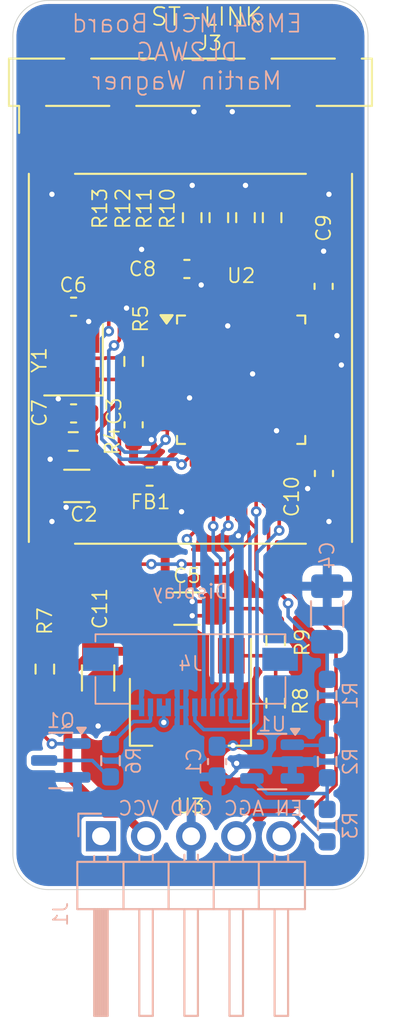
<source format=kicad_pcb>
(kicad_pcb (version 20240108) (generator "pcbnew") (generator_version "8.0")
  (layers (0 "F.Cu" signal) (31 "B.Cu" signal) (34 "B.Paste" user) (35 "F.Paste" user) (36 "B.SilkS" user "B.Silkscreen") (37 "F.SilkS" user "F.Silkscreen") (38 "B.Mask" user) (39 "F.Mask" user) (44 "Edge.Cuts" user))
  (net 0 "")
  (net 1 "GND")
  (net 2 "+3.3V")
  (net 3 "Net-(U2-3V3A)")
  (net 4 "AGC_INV")
  (net 5 "Net-(U2-OSC_8M_A)")
  (net 6 "Net-(U2-OSC_8M_B)")
  (net 7 "/AGC")
  (net 8 "TX2")
  (net 10 "~{RESET}")
  (net 11 "RX2")
  (net 12 "SWCLK")
  (net 13 "SWDIO")
  (net 14 "DISP_SCL")
  (net 15 "DISP_RST")
  (net 16 "DISP_CS")
  (net 17 "DISP_SDA")
  (net 18 "DISP_DC")
  (net 19 "Net-(Q1-C)")
  (net 20 "Net-(Q1-B)")
  (net 21 "Net-(R1-Pad1)")
  (net 22 "Net-(U1--)")
  (net 25 "Net-(J1-Pin_2)")
  (net 31 "EN")
  (net 33 "Net-(U3-GND)")
  (net 36 "Net-(U2-PB3_SCK1)")
  (net 45 "DISP_LEDK")
  (net 46 "DISP_BLK")
  (net 49 "Net-(U2-PB4_MISO1)")
  (net 50 "Net-(U2-PB5_MOSI1)")
  (net 51 "Net-(U2-PB6_TX1_SCL1_PWM)")
  (footprint "Resistor_SMD:R_0603_1608Metric_Pad0.98x0.95mm_HandSolder" (layer "F.Cu") (at 141.8 87.6 -90)
    (property "Reference" "R7")
    (property "Value" "1kΩ")
  )
  (footprint "Capacitor_SMD:C_0603_1608Metric_Pad1.08x0.95mm_HandSolder" (layer "F.Cu") (at 149.8 65.1)
    (property "Reference" "C8")
    (property "Value" "100nF")
  )
  (footprint "Resistor_SMD:R_0603_1608Metric_Pad0.98x0.95mm_HandSolder" (layer "F.Cu") (at 150.1 62.2125 90)
    (property "Reference" "R13")
    (property "Value" "0")
  )
  (footprint "Resistor_SMD:R_0603_1608Metric_Pad0.98x0.95mm_HandSolder" (layer "F.Cu") (at 154.6 62.2125 90)
    (property "Reference" "R10")
    (property "Value" "0")
  )
  (footprint "Capacitor_SMD:C_0603_1608Metric_Pad1.08x0.95mm_HandSolder" (layer "F.Cu") (at 157.5 66.078125 90)
    (property "Reference" "C9")
    (property "Value" "100nF")
  )
  (footprint "Retronics_Hardware:EMI_Shield_MS207-10S" (layer "F.Cu") (at 155.7 59.75 -90)
    (property "Reference" "J2" (hide yes))
    (property "Value" "EMI Shield")
  )
  (footprint "Resistor_SMD:R_0603_1608Metric_Pad0.98x0.95mm_HandSolder" (layer "F.Cu") (at 151.6 62.2125 90)
    (property "Reference" "R12")
    (property "Value" "0")
  )
  (footprint "Inductor_SMD:L_0603_1608Metric_Pad1.05x0.95mm_HandSolder" (layer "F.Cu") (at 147.7 76.778125)
    (property "Reference" "FB1")
    (property "Value" "1kΩ@100MHz 500mΩ@DC")
  )
  (footprint "Retronics_IC_Power:SOT-223-3_TabPin2" (layer "F.Cu") (at 150 90 -90)
    (property "Reference" "U3")
    (property "Value" "NCP1117-Adj_SOT223")
  )
  (footprint "Capacitor_SMD:C_1206_3216Metric_Pad1.33x1.80mm_HandSolder" (layer "F.Cu") (at 143.6 77.3)
    (property "Reference" "C2")
    (property "Value" "10µF")
  )
  (footprint "Capacitor_SMD:C_0603_1608Metric_Pad1.08x0.95mm_HandSolder" (layer "F.Cu") (at 143.41875 73.221875)
    (property "Reference" "C7")
    (property "Value" "20pF")
  )
  (footprint "Resistor_SMD:R_0603_1608Metric_Pad0.98x0.95mm_HandSolder" (layer "F.Cu") (at 153.1 62.2125 90)
    (property "Reference" "R11")
    (property "Value" "0")
  )
  (footprint "Crystal:Crystal_SMD_3225-4Pin_3.2x2.5mm" (layer "F.Cu") (at 143.41875 70.2125 90)
    (property "Reference" "Y1")
    (property "Value" "XC32M4-8.000 12pF")
  )
  (footprint "Connector_PinHeader_2.54mm:PinHeader_1x08_P2.54mm_Vertical_SMD_Pin1Left" (layer "F.Cu") (at 150 54.6 90)
    (property "Reference" "J3")
    (property "Value" "FFC8")
  )
  (footprint "Resistor_SMD:R_0603_1608Metric_Pad0.98x0.95mm_HandSolder" (layer "F.Cu") (at 146.8 70.3 90)
    (property "Reference" "R5")
    (property "Value" "1MΩ")
  )
  (footprint "Package_QFP:LQFP-48_7x7mm_P0.5mm" (layer "F.Cu") (at 152.85625 71.328125)
    (property "Reference" "U2")
    (property "Value" "STM32F303CBTx")
  )
  (footprint "Resistor_SMD:R_0603_1608Metric_Pad0.98x0.95mm_HandSolder" (layer "F.Cu") (at 143.4 74.8 180)
    (property "Reference" "R4")
    (property "Value" "10kΩ")
  )
  (footprint "Capacitor_SMD:C_1206_3216Metric_Pad1.33x1.80mm_HandSolder" (layer "F.Cu") (at 144.8 88.1 -90)
    (property "Reference" "C11")
    (property "Value" "10µF")
  )
  (footprint "Capacitor_SMD:C_0603_1608Metric_Pad1.08x0.95mm_HandSolder" (layer "F.Cu") (at 157.51875 76.6 -90)
    (property "Reference" "C10")
    (property "Value" "100nF")
  )
  (footprint "Capacitor_SMD:C_0603_1608Metric_Pad1.08x0.95mm_HandSolder" (layer "F.Cu") (at 146.8 73.8625 90)
    (property "Reference" "C3")
    (property "Value" "100nF")
  )
  (footprint "Resistor_SMD:R_0603_1608Metric_Pad0.98x0.95mm_HandSolder" (layer "F.Cu") (at 154.8 89.5125 90)
    (property "Reference" "R8")
    (property "Value" "2k7")
  )
  (footprint "Resistor_SMD:R_0603_1608Metric_Pad0.98x0.95mm_HandSolder" (layer "F.Cu") (at 154.8 86 90)
    (property "Reference" "R9")
    (property "Value" "4k7")
  )
  (footprint "Capacitor_SMD:C_0603_1608Metric_Pad1.08x0.95mm_HandSolder" (layer "F.Cu") (at 143.41875 67.221875 180)
    (property "Reference" "C6")
    (property "Value" "20pF")
  )
  (footprint "Capacitor_SMD:C_1206_3216Metric_Pad1.33x1.80mm_HandSolder" (layer "F.Cu") (at 149.8 84.2)
    (property "Reference" "C5")
    (property "Value" "10µF")
  )
  (footprint "Retronics_Passives:R_0603_1608Metric_Pad0.98x0.95mm_HandSolder" (layer "B.Cu") (at 157.7 96.4 -90)
    (property "Reference" "R3")
    (property "Value" "15MΩ")
  )
  (footprint "Retronics_Passives:R_0603_1608Metric_Pad0.98x0.95mm_HandSolder" (layer "B.Cu") (at 157.7 89.0875 90)
    (property "Reference" "R1")
    (property "Value" "10kΩ")
  )
  (footprint "Retronics_Passives:C_0603_1608Metric_Pad1.08x0.95mm_HandSolder" (layer "B.Cu") (at 151.5 92.8 90)
    (property "Reference" "C1")
    (property "Value" "100nF")
  )
  (footprint "Retronics_Discrete:SOT-23" (layer "B.Cu") (at 142.7 92.7375 180)
    (property "Reference" "Q1")
    (property "Value" "BC847C")
  )
  (footprint "Retronics_Connectors:505110-1292" (layer "B.Cu") (at 150 87.295)
    (property "Reference" "J4")
    (property "Value" "Display interface" (hide yes))
  )
  (footprint "Retronics_IC:SOT-23-5" (layer "B.Cu") (at 154.6 92.8 180)
    (property "Reference" "U1")
    (property "Value" "MCP6001T-I/OT")
  )
  (footprint "Retronics_Passives:R_0603_1608Metric_Pad0.98x0.95mm_HandSolder" (layer "B.Cu") (at 157.7 92.8 90)
    (property "Reference" "R2")
    (property "Value" "2.2MΩ")
  )
  (footprint "Connector_PinHeader_2.54mm:PinHeader_1x05_P2.54mm_Horizontal" (layer "B.Cu") (at 144.96 97 -90)
    (property "Reference" "J1")
    (property "Value" "Pin Header")
  )
  (footprint "Resistor_SMD:R_0603_1608Metric_Pad0.98x0.95mm_HandSolder" (layer "B.Cu") (at 145.5 92.75 90)
    (property "Reference" "R6")
    (property "Value" "10Ω")
  )
  (footprint "Capacitor_SMD:C_1206_3216Metric_Pad1.33x1.80mm_HandSolder" (layer "B.Cu") (at 157.7 84.5 90)
    (property "Reference" "C4")
    (property "Value" "10µF")
  )
  (gr_arc (start 158 50) (mid 159.414214 50.585786) (end 160 52) (stroke (width 0.05)) (layer "Edge.Cuts"))
  (gr_arc (start 160 98) (mid 159.414214 99.414214) (end 158 100) (stroke (width 0.05)) (layer "Edge.Cuts"))
  (gr_line (start 160 52) (end 160 98) (stroke (width 0.05)) (layer "Edge.Cuts"))
  (gr_arc (start 140 52) (mid 140.585786 50.585786) (end 142 50) (stroke (width 0.05)) (layer "Edge.Cuts"))
  (gr_arc (start 142 100) (mid 140.585786 99.414214) (end 140 98) (stroke (width 0.05)) (layer "Edge.Cuts"))
  (gr_line (start 142 50) (end 158 50) (stroke (width 0.05)) (layer "Edge.Cuts"))
  (gr_line (start 140 98) (end 140 52) (stroke (width 0.05)) (layer "Edge.Cuts"))
  (gr_line (start 158 100) (end 142 100) (stroke (width 0.05)) (layer "Edge.Cuts"))
  (gr_text "EM84 MCU Board\nDL2WAG\nMartin Wagner\n" (at 149.8 55.1 0) (layer "B.SilkS") (effects (font (size 1 1) (thickness 0.1)) (justify bottom mirror)))
  (gr_text "EN AGC GND VCC" (at 156.4 95.9 0) (layer "B.SilkS") (effects (font (size 0.8 0.8) (thickness 0.1)) (justify left bottom mirror)))
  (gr_text "Display" (at 150 83.7 0) (layer "B.SilkS") (effects (font (size 0.8 0.8) (thickness 0.1)) (justify bottom mirror)))
  (gr_text "ST-LINK" (at 147.7 51.5 0) (layer "F.SilkS") (effects (font (size 1 1) (thickness 0.1)) (justify left bottom)))
  (segment (start 153.1 61.3) (end 153.1 60.4) (width 0.2) (layer "F.Cu") (net 1))
  (segment (start 147.8 74.7) (end 147.775 74.725) (width 0.2) (layer "F.Cu") (net 1))
  (segment (start 157.5 64.1) (end 157.5 65.215625) (width 0.2) (layer "F.Cu") (net 1))
  (segment (start 142.55625 72.4) (end 142.55625 73.221875) (width 0.2) (layer "F.Cu") (net 1))
  (segment (start 157.51875 77.4625) (end 156.6125 77.4625) (width 0.2) (layer "F.Cu") (net 1))
  (segment (start 153.9 84.2) (end 154.9 85.2) (width 0.2) (layer "F.Cu") (net 1))
  (segment (start 150.4875 65.88125) (end 150.4875 65.234375) (width 0.2) (layer "F.Cu") (net 1))
  (segment (start 150.1 84.6) (end 151 84.6) (width 0.2) (layer "F.Cu") (net 1))
  (segment (start 157.8 80.649999) (end 157.8 79.3) (width 0.2) (layer "F.Cu") (net 1))
  (segment (start 144.8 89.6625) (end 144.8 90.8) (width 0.5) (layer "F.Cu") (net 1))
  (segment (start 151.27 56.255) (end 150.2 56.255) (width 0.2) (layer "F.Cu") (net 1))
  (segment (start 142.2 59.55) (end 142.2 60.9) (width 0.2) (layer "F.Cu") (net 1))
  (segment (start 153.1 61.3) (end 154.6 61.3) (width 0.2) (layer "F.Cu") (net 1))
  (segment (start 155.10625 74.453456) (end 155.10625 75.490625) (width 0.2) (layer "F.Cu") (net 1))
  (segment (start 157.8 59.550001) (end 157.8 60.9) (width 0.2) (layer "F.Cu") (net 1))
  (segment (start 152.10625 67.165625) (end 152.10625 68.29375) (width 0.2) (layer "F.Cu") (net 1))
  (segment (start 158.021875 69.078125) (end 158.25 68.85) (width 0.2) (layer "F.Cu") (net 1))
  (segment (start 144.26875 68.053125) (end 144.26875 69.1125) (width 0.2) (layer "F.Cu") (net 1))
  (segment (start 150.60625 66) (end 150.4875 65.88125) (width 0.2) (layer "F.Cu") (net 1))
  (segment (start 150.1 83.8) (end 151 83.8) (width 0.2) (layer "F.Cu") (net 1))
  (segment (start 151.3625 84.2) (end 151.3 84.1375) (width 0.5) (layer "F.Cu") (net 1))
  (segment (start 142.55625 72.4) (end 142.55625 71.325) (width 0.2) (layer "F.Cu") (net 1))
  (segment (start 142.61875 71.734375) (end 142.61875 71.634375) (width 0.2) (layer "F.Cu") (net 1))
  (segment (start 149.678125 72.078125) (end 149.95 72.35) (width 0.2) (layer "F.Cu") (net 1))
  (segment (start 147.775 74.725) (end 146.8 74.725) (width 0.2) (layer "F.Cu") (net 1))
  (segment (start 151.3625 84.2) (end 153.9 84.2) (width 0.2) (layer "F.Cu") (net 1))
  (segment (start 142.55625 71.325) (end 142.56875 71.3125) (width 0.2) (layer "F.Cu") (net 1))
  (segment (start 150.60625 67.165625) (end 150.60625 65.234375) (width 0.2) (layer "F.Cu") (net 1))
  (segment (start 142.1 75.8) (end 142.2875 75.8) (width 0.2) (layer "F.Cu") (net 1))
  (segment (start 142.1 77.6) (end 142.1 75.8) (width 0.2) (layer "F.Cu") (net 1))
  (segment (start 152.10625 68.29375) (end 152.1 68.3) (width 0.2) (layer "F.Cu") (net 1))
  (segment (start 142.2 80.65) (end 142.2 79.3) (width 0.2) (layer "F.Cu") (net 1))
  (segment (start 150.1 61.3) (end 150.1 60.4) (width 0.2) (layer "F.Cu") (net 1))
  (segment (start 154.848042 74.195248) (end 155.10625 74.453456) (width 0.2) (layer "F.Cu") (net 1))
  (segment (start 156.6125 77.4625) (end 156.6 77.45) (width 0.2) (layer "F.Cu") (net 1))
  (segment (start 144.26875 68.053125) (end 144.26875 67.234375) (width 0.2) (layer "F.Cu") (net 1))
  (segment (start 151.27 56.255) (end 152.355 56.255) (width 0.2) (layer "F.Cu") (net 1))
  (segment (start 157.01875 69.078125) (end 158.021875 69.078125) (width 0.2) (layer "F.Cu") (net 1))
  (segment (start 143 78.5) (end 142.1 77.6) (width 0.2) (layer "F.Cu") (net 1))
  (segment (start 151.6 61.3) (end 150.1 61.3) (width 0.2) (layer "F.Cu") (net 1))
  (segment (start 148.69375 72.078125) (end 149.678125 72.078125) (width 0.2) (layer "F.Cu") (net 1))
  (segment (start 144.26875 67.234375) (end 144.28125 67.221875) (width 0.2) (layer "F.Cu") (net 1))
  (via (at 147.8 74.7) (size 0.6) (drill 0.3) (layers "F.Cu" "B.Cu") (net 1))
  (via (at 142.2 60.9) (size 0.6) (drill 0.3) (layers "F.Cu" "B.Cu") (net 1))
  (via (at 157.8 60.9) (size 0.6) (drill 0.3) (layers "F.Cu" "B.Cu") (net 1))
  (via (at 156.6 77.45) (size 0.6) (drill 0.3) (layers "F.Cu" "B.Cu") (net 1))
  (via (at 150.1 84.6) (size 0.6) (drill 0.3) (layers "F.Cu" "B.Cu") (net 1))
  (via (at 152.355 56.255) (size 0.6) (drill 0.3) (layers "F.Cu" "B.Cu") (net 1))
  (via (at 150.2 56.255) (size 0.6) (drill 0.3) (layers "F.Cu" "B.Cu") (net 1))
  (via (at 142.1 75.8) (size 0.6) (drill 0.3) (layers "F.Cu" "B.Cu") (net 1))
  (via (at 149.95 72.35) (size 0.6) (drill 0.3) (layers "F.Cu" "B.Cu") (net 1))
  (via (at 152.6 92.9) (size 0.6) (drill 0.3) (layers "F.Cu" "B.Cu") (net 1))
  (via (at 157.8 79.3) (size 0.6) (drill 0.3) (layers "F.Cu" "B.Cu") (net 1))
  (via (at 144.8 90.8) (size 0.6) (drill 0.3) (layers "F.Cu" "B.Cu") (net 1))
  (via (at 147.25 64) (size 0.6) (drill 0.3) (layers "F.Cu" "B.Cu") (net 1))
  (via (at 144.26875 68.053125) (size 0.6) (drill 0.3) (layers "F.Cu" "B.Cu") (net 1))
  (via (at 150.1 60.4) (size 0.6) (drill 0.3) (layers "F.Cu" "B.Cu") (net 1))
  (via (at 142.2 79.3) (size 0.6) (drill 0.3) (layers "F.Cu" "B.Cu") (net 1))
  (via (at 154.848042 74.195248) (size 0.6) (drill 0.3) (layers "F.Cu" "B.Cu") (net 1))
  (via (at 142.55625 72.4) (size 0.6) (drill 0.3) (layers "F.Cu" "B.Cu") (net 1))
  (via (at 143 78.5) (size 0.6) (drill 0.3) (layers "F.Cu" "B.Cu") (net 1))
  (via (at 152.1 68.3) (size 0.6) (drill 0.3) (layers "F.Cu" "B.Cu") (net 1))
  (via (at 153.5 71) (size 0.6) (drill 0.3) (layers "F.Cu" "B.Cu") (net 1))
  (via (at 158.25 68.85) (size 0.6) (drill 0.3) (layers "F.Cu" "B.Cu") (net 1))
  (via (at 150.60625 66) (size 0.6) (drill 0.3) (layers "F.Cu" "B.Cu") (net 1))
  (via (at 153.1 60.4) (size 0.6) (drill 0.3) (layers "F.Cu" "B.Cu") (net 1))
  (via (at 157.5 64.1) (size 0.6) (drill 0.3) (layers "F.Cu" "B.Cu") (net 1))
  (via (at 150.1 83.8) (size 0.6) (drill 0.3) (layers "F.Cu" "B.Cu") (net 1))
  (via (at 152.7 80.1) (size 0.6) (drill 0.3) (layers "F.Cu" "B.Cu") (net 1))
  (via (at 146.4 67.3) (size 0.6) (drill 0.3) (layers "F.Cu" "B.Cu") (net 1))
  (via (at 158.5 70.5) (size 0.6) (drill 0.3) (layers "F.Cu" "B.Cu") (net 1))
  (via (at 149.5 78.75) (size 0.6) (drill 0.3) (layers "F.Cu" "B.Cu") (net 1))
  (segment (start 151.5 93.6625) (end 152.2375 93.6625) (width 0.2) (layer "B.Cu") (net 1))
  (segment (start 149.75 89.75) (end 149.25 89.75) (width 0.2) (layer "B.Cu") (net 1))
  (segment (start 152.6 93.3) (end 152.6 92.9) (width 0.2) (layer "B.Cu") (net 1))
  (segment (start 152.2375 93.6625) (end 152.6 93.3) (width 0.2) (layer "B.Cu") (net 1))
  (segment (start 149.83125 73.51875) (end 150.3 73.05) (width 0.3) (layer "F.Cu") (net 2))
  (segment (start 148.5375 84.9375) (end 149.9 86.3) (width 0.5) (layer "F.Cu") (net 2))
  (segment (start 155.6 74.1) (end 155.45 73.95) (width 0.3) (layer "F.Cu") (net 2))
  (segment (start 155.45 72.9) (end 155.45 68.75) (width 0.3) (layer "F.Cu") (net 2))
  (segment (start 155.60625 75.490625) (end 156.296875 74.8) (width 0.2) (layer "F.Cu") (net 2))
  (segment (start 148.575 75.975) (end 149.53437 75.01563) (width 0.3) (layer "F.Cu") (net 2))
  (segment (start 149.53437 75.01563) (end 149.53437 74.578125) (width 0.3) (layer "F.Cu") (net 2))
  (segment (start 149.7 54.33) (end 149.7 51.6) (width 0.2) (layer "F.Cu") (net 2))
  (segment (start 141.1 52.5) (end 141.1 55.9) (width 0.2) (layer "F.Cu") (net 2))
  (segment (start 143 77) (end 144.8 78.8) (width 0.2) (layer "F.Cu") (net 2))
  (segment (start 148.9375 65.178125) (end 148.9375 67.4875) (width 0.3) (layer "F.Cu") (net 2))
  (segment (start 148.7 67.7) (end 148.7 68.5) (width 0.3) (layer "F.Cu") (net 2))
  (segment (start 155.3 73.05) (end 155.45 72.9) (width 0.3) (layer "F.Cu") (net 2))
  (segment (start 149.7 51.6) (end 149.09 50.99) (width 0.2) (layer "F.Cu") (net 2))
  (segment (start 149.53437 74.578125) (end 149.83125 74.281245) (width 0.3) (layer "F.Cu") (net 2))
  (segment (start 148.05 59.85) (end 148.05 55.98) (width 0.2) (layer "F.Cu") (net 2))
  (segment (start 157.2375 75.7375) (end 156.3 74.8) (width 0.3) (layer "F.Cu") (net 2))
  (segment (start 155.45 73.95) (end 155.45 72.9) (width 0.3) (layer "F.Cu") (net 2))
  (segment (start 150.75 69.3) (end 150.75 72.85) (width 0.3) (layer "F.Cu") (net 2))
  (segment (start 149.09 50.99) (end 142.61 50.99) (width 0.2) (layer "F.Cu") (net 2))
  (segment (start 148.575 78.8) (end 148.575 76.778125) (width 0.5) (layer "F.Cu") (net 2))
  (segment (start 142.4875 74.7) (end 143 75.2125) (width 0.2) (layer "F.Cu") (net 2))
  (segment (start 157.259375 66.940625) (end 157.5 66.940625) (width 0.3) (layer "F.Cu") (net 2))
  (segment (start 148.575 76.778125) (end 148.575 75.975) (width 0.3) (layer "F.Cu") (net 2))
  (segment (start 148.9375 65.2375) (end 148.9375 65.178125) (width 0.2) (layer "F.Cu") (net 2))
  (segment (start 148.7 84.625) (end 148.575 84.5) (width 0.3) (layer "F.Cu") (net 2))
  (segment (start 148.9375 67.4875) (end 150.75 69.3) (width 0.3) (layer "F.Cu") (net 2))
  (segment (start 148.05 55.98) (end 149.7 54.33) (width 0.2) (layer "F.Cu") (net 2))
  (segment (start 157.040625 68.6) (end 157.6 68.6) (width 0.2) (layer "F.Cu") (net 2))
  (segment (start 157.51875 75.7375) (end 157.2375 75.7375) (width 0.3) (layer "F.Cu") (net 2))
  (segment (start 150.3 73.05) (end 150.55 73.05) (width 0.3) (layer "F.Cu") (net 2))
  (segment (start 155.45 68.75) (end 157.259375 66.940625) (width 0.3) (layer "F.Cu") (net 2))
  (segment (start 148.9 65.140625) (end 148.9 60.7) (width 0.2) (layer "F.Cu") (net 2))
  (segment (start 148.9375 65.178125) (end 148.9 65.140625) (width 0.2) (layer "F.Cu") (net 2))
  (segment (start 149.9 86.3) (end 150 86.3) (width 0.5) (layer "F.Cu") (net 2))
  (segment (start 143 75.2125) (end 143 77) (width 0.2) (layer "F.Cu") (net 2))
  (segment (start 156.296875 74.8) (end 156.3 74.8) (width 0.2) (layer "F.Cu") (net 2))
  (segment (start 142.61 50.99) (end 141.1 52.5) (width 0.2) (layer "F.Cu") (net 2))
  (segment (start 156.3 74.8) (end 155.6 74.1) (width 0.3) (layer "F.Cu") (net 2))
  (segment (start 148.9 60.7) (end 148.05 59.85) (width 0.2) (layer "F.Cu") (net 2))
  (segment (start 149.83125 74.281245) (end 149.83125 73.51875) (width 0.3) (layer "F.Cu") (net 2))
  (segment (start 148.9125 67.4875) (end 148.7 67.7) (width 0.3) (layer "F.Cu") (net 2))
  (segment (start 148.575 84.5) (end 148.575 78.8) (width 0.5) (layer "F.Cu") (net 2))
  (segment (start 148.9375 67.4875) (end 148.9125 67.4875) (width 0.3) (layer "F.Cu") (net 2))
  (segment (start 157.01875 68.578125) (end 157.040625 68.6) (width 0.2) (layer "F.Cu") (net 2))
  (segment (start 150.10625 67.165625) (end 150.10625 66.40625) (width 0.2) (layer "F.Cu") (net 2))
  (segment (start 148.5375 84.2) (end 148.5375 84.9375) (width 0.5) (layer "F.Cu") (net 2))
  (segment (start 150.55 73.05) (end 155.3 73.05) (width 0.3) (layer "F.Cu") (net 2))
  (segment (start 150.10625 66.40625) (end 148.9375 65.2375) (width 0.2) (layer "F.Cu") (net 2))
  (segment (start 144.8 78.8) (end 148.575 78.8) (width 0.2) (layer "F.Cu") (net 2))
  (segment (start 157.6 68.6) (end 157.6 67.1) (width 0.2) (layer "F.Cu") (net 2))
  (via (at 152.4 91.9) (size 0.6) (drill 0.3) (layers "F.Cu" "B.Cu") (net 2))
  (via (at 148.5 90.6) (size 0.6) (drill 0.3) (layers "F.Cu" "B.Cu") (net 2))
  (segment (start 152.3625 91.9375) (end 152.4 91.9) (width 0.2) (layer "B.Cu") (net 2))
  (segment (start 152.4375 91.9375) (end 153.375 91.9375) (width 0.2) (layer "B.Cu") (net 2))
  (segment (start 152.4 91.9) (end 152.4375 91.9375) (width 0.2) (layer "B.Cu") (net 2))
  (segment (start 151.5 91.9375) (end 152.3625 91.9375) (width 0.2) (layer "B.Cu") (net 2))
  (segment (start 148.5 89.75) (end 148.25 89.75) (width 0.2) (layer "B.Cu") (net 2))
  (segment (start 148.75 89.75) (end 148.5 89.75) (width 0.2) (layer "B.Cu") (net 2))
  (segment (start 153.375 91.9375) (end 153.4625 91.85) (width 0.2) (layer "B.Cu") (net 2))
  (segment (start 148.5 89.75) (end 148.5 90.6) (width 0.2) (layer "B.Cu") (net 2))
  (segment (start 146.825 76.778125) (end 146 75.953125) (width 0.2) (layer "F.Cu") (net 3))
  (segment (start 146 75.953125) (end 146 73.8) (width 0.2) (layer "F.Cu") (net 3))
  (segment (start 146.825 76.778125) (end 145.421875 76.778125) (width 0.2) (layer "F.Cu") (net 3))
  (segment (start 145.421875 76.778125) (end 145.2 77) (width 0.2) (layer "F.Cu") (net 3))
  (segment (start 148.69375 72.578125) (end 147.221875 72.578125) (width 0.2) (layer "F.Cu") (net 3))
  (segment (start 147.221875 72.578125) (end 146.8 73) (width 0.2) (layer "F.Cu") (net 3))
  (segment (start 146 73.8) (end 146.8 73) (width 0.2) (layer "F.Cu") (net 3))
  (segment (start 155.5 83.9) (end 155.5 83.8) (width 0.2) (layer "F.Cu") (net 4))
  (segment (start 155.5 83.8) (end 153.7 82) (width 0.2) (layer "F.Cu") (net 4))
  (segment (start 153.7 79.685785) (end 153.10625 79.092035) (width 0.2) (layer "F.Cu") (net 4))
  (segment (start 153.10625 79.092035) (end 153.10625 75.490625) (width 0.2) (layer "F.Cu") (net 4))
  (segment (start 153.7 82) (end 153.7 79.685785) (width 0.2) (layer "F.Cu") (net 4))
  (via (at 155.5 83.9) (size 0.6) (drill 0.3) (layers "F.Cu" "B.Cu") (net 4))
  (segment (start 155.5 84.6375) (end 157.225 86.3625) (width 0.2) (layer "B.Cu") (net 4))
  (segment (start 157.7 86.3625) (end 157.7 88.175) (width 0.2) (layer "B.Cu") (net 4))
  (segment (start 157.225 86.3625) (end 157.7 86.3625) (width 0.2) (layer "B.Cu") (net 4))
  (segment (start 155.5 83.9) (end 155.5 84.6375) (width 0.2) (layer "B.Cu") (net 4))
  (segment (start 142.56875 69.1125) (end 142.56875 67.234375) (width 0.2) (layer "F.Cu") (net 5))
  (segment (start 148.69375 70.578125) (end 147.419847 70.578125) (width 0.2) (layer "F.Cu") (net 5))
  (segment (start 143.378125 70.121875) (end 142.56875 69.3125) (width 0.2) (layer "F.Cu") (net 5))
  (segment (start 147.419847 70.578125) (end 146.941722 70.1) (width 0.2) (layer "F.Cu") (net 5))
  (segment (start 145.221875 70.1) (end 145.2 70.121875) (width 0.2) (layer "F.Cu") (net 5))
  (segment (start 146.8 69.3875) (end 146.8 70.1) (width 0.2) (layer "F.Cu") (net 5))
  (segment (start 146.8 70.1) (end 145.221875 70.1) (width 0.2) (layer "F.Cu") (net 5))
  (segment (start 146.941722 70.1) (end 146.8 70.1) (width 0.2) (layer "F.Cu") (net 5))
  (segment (start 142.56875 69.3125) (end 142.56875 69.1125) (width 0.2) (layer "F.Cu") (net 5))
  (segment (start 145.2 70.121875) (end 143.378125 70.121875) (width 0.2) (layer "F.Cu") (net 5))
  (segment (start 142.56875 67.234375) (end 142.55625 67.221875) (width 0.2) (layer "F.Cu") (net 5))
  (segment (start 144.28125 71.325) (end 144.26875 71.3125) (width 0.2) (layer "F.Cu") (net 6))
  (segment (start 146.934375 71.078125) (end 146.8 71.2125) (width 0.2) (layer "F.Cu") (net 6))
  (segment (start 146.309375 71.3125) (end 144.26875 71.3125) (width 0.2) (layer "F.Cu") (net 6))
  (segment (start 148.69375 71.078125) (end 146.934375 71.078125) (width 0.2) (layer "F.Cu") (net 6))
  (segment (start 144.28125 73.221875) (end 144.28125 71.325) (width 0.2) (layer "F.Cu") (net 6))
  (segment (start 153.5 95.8) (end 155.9 95.8) (width 0.2) (layer "B.Cu") (net 7))
  (segment (start 155.9 95.8) (end 157.4125 97.3125) (width 0.2) (layer "B.Cu") (net 7))
  (segment (start 152.555 97.545) (end 152.555 96.745) (width 0.2) (layer "B.Cu") (net 7))
  (segment (start 152.555 96.745) (end 153.5 95.8) (width 0.2) (layer "B.Cu") (net 7))
  (segment (start 157.4125 97.3125) (end 157.7 97.3125) (width 0.2) (layer "B.Cu") (net 7))
  (segment (start 146.99 54.7) (end 145.09 52.8) (width 0.2) (layer "F.Cu") (net 8))
  (segment (start 145.09 52.8) (end 143.8 52.8) (width 0.2) (layer "F.Cu") (net 8))
  (segment (start 145.8 68) (end 145.8 59) (width 0.2) (layer "F.Cu") (net 8))
  (segment (start 145.8 59) (end 146.99 57.81) (width 0.2) (layer "F.Cu") (net 8))
  (segment (start 146.99 57.81) (end 146.99 54.7) (width 0.2) (layer "F.Cu") (net 8))
  (segment (start 146 68.2) (end 145.8 68) (width 0.2) (layer "F.Cu") (net 8))
  (segment (start 145.7 69.4) (end 146 69.1) (width 0.2) (layer "F.Cu") (net 8))
  (segment (start 146 69.1) (end 146 68.2) (width 0.2) (layer "F.Cu") (net 8))
  (segment (start 148.69375 74.60625) (end 148.600003 74.699997) (width 0.2) (layer "F.Cu") (net 8))
  (segment (start 148.69375 74.078125) (end 148.69375 74.60625) (width 0.2) (layer "F.Cu") (net 8))
  (segment (start 148.600003 74.699997) (end 148.600003 74.7) (width 0.2) (layer "F.Cu") (net 8))
  (via (at 148.600003 74.7) (size 0.6) (drill 0.3) (layers "F.Cu" "B.Cu") (net 8))
  (via (at 145.7 69.4) (size 0.6) (drill 0.3) (layers "F.Cu" "B.Cu") (net 8))
  (segment (start 147.948529 75.4) (end 146.3 75.4) (width 0.2) (layer "B.Cu") (net 8))
  (segment (start 148.600003 74.7) (end 148.600003 74.748526) (width 0.2) (layer "B.Cu") (net 8))
  (segment (start 148.600003 74.748526) (end 147.948529 75.4) (width 0.2) (layer "B.Cu") (net 8))
  (segment (start 145.4 74.5) (end 145.4 69.7) (width 0.2) (layer "B.Cu") (net 8))
  (segment (start 145.4 69.7) (end 145.7 69.4) (width 0.2) (layer "B.Cu") (net 8))
  (segment (start 146.3 75.4) (end 145.4 74.5) (width 0.2) (layer "B.Cu") (net 8))
  (segment (start 147.688597 71.578125) (end 147.166722 72.1) (width 0.2) (layer "F.Cu") (net 10))
  (segment (start 148.73 52.945) (end 147.175 51.39) (width 0.2) (layer "F.Cu") (net 10))
  (segment (start 141.925 74.025) (end 141.66875 73.76875) (width 0.2) (layer "F.Cu") (net 10))
  (segment (start 145.2 73.295778) (end 145.2 73.8) (width 0.2) (layer "F.Cu") (net 10))
  (segment (start 148.69375 71.578125) (end 147.688597 71.578125) (width 0.2) (layer "F.Cu") (net 10))
  (segment (start 147.175 51.39) (end 142.85 51.39) (width 0.2) (layer "F.Cu") (net 10))
  (segment (start 142.8 58.04392) (end 143.7 58.94392) (width 0.2) (layer "F.Cu") (net 10))
  (segment (start 147.166722 72.1) (end 146.395778 72.1) (width 0.2) (layer "F.Cu") (net 10))
  (segment (start 141.66875 73.76875) (end 141.66875 63.43125) (width 0.2) (layer "F.Cu") (net 10))
  (segment (start 145.2 73.8) (end 144.3 74.7) (width 0.2) (layer "F.Cu") (net 10))
  (segment (start 143.7 61.4) (end 141.66875 63.43125) (width 0.2) (layer "F.Cu") (net 10))
  (segment (start 142.85 51.39) (end 142.8 51.44) (width 0.2) (layer "F.Cu") (net 10))
  (segment (start 146.395778 72.1) (end 145.2 73.295778) (width 0.2) (layer "F.Cu") (net 10))
  (segment (start 143.5375 74.025) (end 141.925 74.025) (width 0.2) (layer "F.Cu") (net 10))
  (segment (start 142.8 51.44) (end 142.8 58.04392) (width 0.2) (layer "F.Cu") (net 10))
  (segment (start 143.7 58.94392) (end 143.7 61.4) (width 0.2) (layer "F.Cu") (net 10))
  (segment (start 144.3125 74.8) (end 143.5375 74.025) (width 0.2) (layer "F.Cu") (net 10))
  (segment (start 149.5 76.1) (end 150.10625 75.49375) (width 0.2) (layer "F.Cu") (net 11))
  (segment (start 145.4 68.6) (end 145.4 57.8) (width 0.2) (layer "F.Cu") (net 11))
  (segment (start 145.4 57.8) (end 146.2 57) (width 0.2) (layer "F.Cu") (net 11))
  (segment (start 150.10625 75.49375) (end 150.10625 75.490625) (width 0.2) (layer "F.Cu") (net 11))
  (via (at 145.4 68.6) (size 0.6) (drill 0.3) (layers "F.Cu" "B.Cu") (net 11))
  (via (at 149.5 76.1) (size 0.6) (drill 0.3) (layers "F.Cu" "B.Cu") (net 11))
  (segment (start 149.5 76.1) (end 149.2 75.8) (width 0.2) (layer "B.Cu") (net 11))
  (segment (start 145 69) (end 145.4 68.6) (width 0.2) (layer "B.Cu") (net 11))
  (segment (start 146.134314 75.8) (end 145 74.665686) (width 0.2) (layer "B.Cu") (net 11))
  (segment (start 149.2 75.8) (end 146.134314 75.8) (width 0.2) (layer "B.Cu") (net 11))
  (segment (start 145 74.665686) (end 145 69) (width 0.2) (layer "B.Cu") (net 11))
  (segment (start 155.55 60.45) (end 155.55 54.7) (width 0.2) (layer "F.Cu") (net 12))
  (segment (start 155.60625 60.50625) (end 155.55 60.45) (width 0.2) (layer "F.Cu") (net 12))
  (segment (start 155.60625 67.165625) (end 155.60625 60.50625) (width 0.2) (layer "F.Cu") (net 12))
  (segment (start 155.55 54.7) (end 157.25 53) (width 0.2) (layer "F.Cu") (net 12))
  (segment (start 157.25 53) (end 159 53) (width 0.2) (layer "F.Cu") (net 12))
  (segment (start 156.725 65.744847) (end 157.083278 66.103125) (width 0.2) (layer "F.Cu") (net 13))
  (segment (start 157.966722 66.103125) (end 158.95 67.086403) (width 0.2) (layer "F.Cu") (net 13))
  (segment (start 156.725 60.725) (end 156.357 60.357) (width 0.2) (layer "F.Cu") (net 13))
  (segment (start 156.357 56.543) (end 156.4 56.5) (width 0.2) (layer "F.Cu") (net 13))
  (segment (start 157.083278 66.103125) (end 157.966722 66.103125) (width 0.2) (layer "F.Cu") (net 13))
  (segment (start 156.357 60.357) (end 156.357 56.543) (width 0.2) (layer "F.Cu") (net 13))
  (segment (start 158.571875 69.578125) (end 157.01875 69.578125) (width 0.2) (layer "F.Cu") (net 13))
  (segment (start 158.95 69.2) (end 158.571875 69.578125) (width 0.2) (layer "F.Cu") (net 13))
  (segment (start 158.95 67.086403) (end 158.95 69.2) (width 0.2) (layer "F.Cu") (net 13))
  (segment (start 156.725 60.725) (end 156.725 65.744847) (width 0.2) (layer "F.Cu") (net 13))
  (segment (start 151.3 76.454285) (end 151.10625 76.260535) (width 0.2) (layer "F.Cu") (net 14))
  (segment (start 151.3 79.549913) (end 151.3 76.454285) (width 0.2) (layer "F.Cu") (net 14))
  (segment (start 151.10625 76.260535) (end 151.10625 75.490625) (width 0.2) (layer "F.Cu") (net 14))
  (segment (start 151.281612 79.568301) (end 151.3 79.549913) (width 0.2) (layer "F.Cu") (net 14))
  (via (at 151.281612 79.568301) (size 0.6) (drill 0.3) (layers "F.Cu" "B.Cu") (net 14))
  (segment (start 151.7 88.534314) (end 151.25 88.984314) (width 0.2) (layer "B.Cu") (net 14))
  (segment (start 151.281612 80.981612) (end 151.7 81.4) (width 0.2) (layer "B.Cu") (net 14))
  (segment (start 151.25 88.984314) (end 151.25 89.75) (width 0.2) (layer "B.Cu") (net 14))
  (segment (start 151.7 81.4) (end 151.7 88.534314) (width 0.2) (layer "B.Cu") (net 14))
  (segment (start 151.281612 79.568301) (end 151.281612 80.981612) (width 0.2) (layer "B.Cu") (net 14))
  (segment (start 153.7 76.354285) (end 153.60625 76.260535) (width 0.2) (layer "F.Cu") (net 15))
  (segment (start 153.7 78.737255) (end 153.7 76.354285) (width 0.2) (layer "F.Cu") (net 15))
  (segment (start 153.70625 78.743505) (end 153.7 78.737255) (width 0.2) (layer "F.Cu") (net 15))
  (segment (start 153.60625 76.260535) (end 153.60625 75.490625) (width 0.2) (layer "F.Cu") (net 15))
  (via (at 153.70625 78.743505) (size 0.6) (drill 0.3) (layers "F.Cu" "B.Cu") (net 15))
  (segment (start 153.70625 79.942279) (end 153.35 80.298529) (width 0.2) (layer "B.Cu") (net 15))
  (segment (start 153.35 80.298529) (end 153.35 90.434314) (width 0.2) (layer "B.Cu") (net 15))
  (segment (start 152.3 90.55) (end 152.25 90.5) (width 0.2) (layer "B.Cu") (net 15))
  (segment (start 153.35 90.434314) (end 153.234314 90.55) (width 0.2) (layer "B.Cu") (net 15))
  (segment (start 152.25 90.5) (end 152.25 89.75) (width 0.2) (layer "B.Cu") (net 15))
  (segment (start 153.234314 90.55) (end 152.3 90.55) (width 0.2) (layer "B.Cu") (net 15))
  (segment (start 153.70625 78.743505) (end 153.70625 79.942279) (width 0.2) (layer "B.Cu") (net 15))
  (segment (start 149.8 80.3) (end 150.60625 79.49375) (width 0.2) (layer "F.Cu") (net 16))
  (segment (start 150.60625 79.49375) (end 150.60625 75.490625) (width 0.2) (layer "F.Cu") (net 16))
  (via (at 149.8 80.3) (size 0.6) (drill 0.3) (layers "F.Cu" "B.Cu") (net 16))
  (segment (start 150.2 83.051471) (end 150.75 83.601471) (width 0.2) (layer "B.Cu") (net 16))
  (segment (start 150.2 80.7) (end 150.2 83.051471) (width 0.2) (layer "B.Cu") (net 16))
  (segment (start 150.75 83.601471) (end 150.75 89.75) (width 0.2) (layer "B.Cu") (net 16))
  (segment (start 149.8 80.3) (end 150.2 80.7) (width 0.2) (layer "B.Cu") (net 16))
  (segment (start 152.10625 79.500537) (end 152.10625 75.490625) (width 0.2) (layer "F.Cu") (net 17))
  (segment (start 152.135696 79.529983) (end 152.10625 79.500537) (width 0.2) (layer "F.Cu") (net 17))
  (via (at 152.135696 79.529983) (size 0.6) (drill 0.3) (layers "F.Cu" "B.Cu") (net 17))
  (segment (start 151.80625 80.701538) (end 152.1 80.995288) (width 0.2) (layer "B.Cu") (net 17))
  (segment (start 151.80625 79.859429) (end 151.80625 80.701538) (width 0.2) (layer "B.Cu") (net 17))
  (segment (start 151.75 89.05) (end 151.75 89.75) (width 0.2) (layer "B.Cu") (net 17))
  (segment (start 152.135696 79.529983) (end 151.80625 79.859429) (width 0.2) (layer "B.Cu") (net 17))
  (segment (start 152.1 88.7) (end 151.75 89.05) (width 0.2) (layer "B.Cu") (net 17))
  (segment (start 152.1 80.995288) (end 152.1 88.7) (width 0.2) (layer "B.Cu") (net 17))
  (segment (start 155 76.853185) (end 154.60625 76.459435) (width 0.2) (layer "F.Cu") (net 18))
  (segment (start 154.60625 76.459435) (end 154.60625 75.490625) (width 0.2) (layer "F.Cu") (net 18))
  (segment (start 155 79.805099) (end 155 76.853185) (width 0.2) (layer "F.Cu") (net 18))
  (via (at 155 79.805099) (size 0.6) (drill 0.3) (layers "F.Cu" "B.Cu") (net 18))
  (segment (start 153.75 90.6) (end 153.35 91) (width 0.2) (layer "B.Cu") (net 18))
  (segment (start 153.75 81.055099) (end 153.75 90.6) (width 0.2) (layer "B.Cu") (net 18))
  (segment (start 153.35 91) (end 150.75 91) (width 0.2) (layer "B.Cu") (net 18))
  (segment (start 155 79.805099) (end 153.75 81.055099) (width 0.2) (layer "B.Cu") (net 18))
  (segment (start 150.25 90.5) (end 150.25 89.75) (width 0.2) (layer "B.Cu") (net 18))
  (segment (start 150.75 91) (end 150.25 90.5) (width 0.2) (layer "B.Cu") (net 18))
  (segment (start 144.475 92.7375) (end 145.4 93.6625) (width 0.2) (layer "B.Cu") (net 19))
  (segment (start 141.6625 92.7375) (end 144.475 92.7375) (width 0.2) (layer "B.Cu") (net 19))
  (segment (start 141.8875 88.5125) (end 141.8 88.6) (width 0.2) (layer "F.Cu") (net 20))
  (segment (start 141.8 91.4) (end 142.2 91.8) (width 0.2) (layer "F.Cu") (net 20))
  (segment (start 141.8 88.6) (end 141.8 91.4) (width 0.2) (layer "F.Cu") (net 20))
  (via (at 142.2 91.8) (size 0.6) (drill 0.3) (layers "F.Cu" "B.Cu") (net 20))
  (segment (start 142.2 91.8) (end 143.5 91.8) (width 0.2) (layer "B.Cu") (net 20))
  (segment (start 155.775 91.8875) (end 155.7375 91.85) (width 0.2) (layer "B.Cu") (net 21))
  (segment (start 157.7 91.8875) (end 157.7 90) (width 0.2) (layer "B.Cu") (net 21))
  (segment (start 157.7 91.8875) (end 155.775 91.8875) (width 0.2) (layer "B.Cu") (net 21))
  (segment (start 157.7 94.6) (end 154.3125 94.6) (width 0.2) (layer "B.Cu") (net 22))
  (segment (start 157.7 95.4875) (end 157.7 94.6) (width 0.2) (layer "B.Cu") (net 22))
  (segment (start 157.7 94.6) (end 157.7 93.7125) (width 0.2) (layer "B.Cu") (net 22))
  (segment (start 154.3125 94.6) (end 153.4625 93.75) (width 0.2) (layer "B.Cu") (net 22))
  (segment (start 145.2 95.7) (end 143.1 93.6) (width 0.5) (layer "F.Cu") (net 25))
  (segment (start 146.2 95.7) (end 145.2 95.7) (width 0.5) (layer "F.Cu") (net 25))
  (segment (start 147.475 87.075) (end 147.7 86.85) (width 0.5) (layer "F.Cu") (net 25))
  (segment (start 147.5 97) (end 146.2 95.7) (width 0.5) (layer "F.Cu") (net 25))
  (segment (start 144.5 86.6) (end 147.7 86.6) (width 0.5) (layer "F.Cu") (net 25))
  (segment (start 147.6 96.8) (end 147.475 96.675) (width 0.5) (layer "F.Cu") (net 25))
  (segment (start 143.1 93.6) (end 143.1 88) (width 0.5) (layer "F.Cu") (net 25))
  (segment (start 143.1 88) (end 144.5 86.6) (width 0.5) (layer "F.Cu") (net 25))
  (segment (start 158.2 94.1) (end 155.2 97.1) (width 0.2) (layer "F.Cu") (net 31))
  (segment (start 154.4 81.951471) (end 158.2 85.751471) (width 0.2) (layer "F.Cu") (net 31))
  (segment (start 154.10625 78.294976) (end 154.4 78.588726) (width 0.2) (layer "F.Cu") (net 31))
  (segment (start 154.10625 75.490625) (end 154.10625 78.294976) (width 0.2) (layer "F.Cu") (net 31))
  (segment (start 154.4 78.588726) (end 154.4 81.951471) (width 0.2) (layer "F.Cu") (net 31))
  (segment (start 158.2 85.751471) (end 158.2 94.1) (width 0.2) (layer "F.Cu") (net 31))
  (segment (start 154.8 86.9) (end 154.8 88.8) (width 0.2) (layer "F.Cu") (net 33))
  (segment (start 152.3 86.85) (end 154.75 86.85) (width 0.2) (layer "F.Cu") (net 33))
  (segment (start 154.75 86.85) (end 154.8 86.9) (width 0.2) (layer "F.Cu") (net 33))
  (segment (start 154.60625 67.165625) (end 154.60625 63.20625) (width 0.2) (layer "F.Cu") (net 36))
  (segment (start 154.60625 63.20625) (end 154.6 63.2) (width 0.2) (layer "F.Cu") (net 36))
  (segment (start 147.7 90.55) (end 147.75 90.5) (width 0.2) (layer "B.Cu") (net 45))
  (segment (start 145.5 91.8375) (end 146.7875 90.55) (width 0.2) (layer "B.Cu") (net 45))
  (segment (start 147.75 90.5) (end 147.75 89.75) (width 0.2) (layer "B.Cu") (net 45))
  (segment (start 146.7875 90.55) (end 147.7 90.55) (width 0.2) (layer "B.Cu") (net 45))
  (segment (start 152.60625 75.490625) (end 152.60625 79.157721) (width 0.2) (layer "F.Cu") (net 46))
  (segment (start 143.2 81.7) (end 141.9 83) (width 0.2) (layer "F.Cu") (net 46))
  (segment (start 147.8 81.7) (end 143.2 81.7) (width 0.2) (layer "F.Cu") (net 46))
  (segment (start 141.9 83) (end 141.9 86.8) (width 0.2) (layer "F.Cu") (net 46))
  (segment (start 153.3 79.851471) (end 153.3 80.348529) (width 0.2) (layer "F.Cu") (net 46))
  (segment (start 151.948529 81.7) (end 149.4 81.7) (width 0.2) (layer "F.Cu") (net 46))
  (segment (start 152.60625 79.157721) (end 153.3 79.851471) (width 0.2) (layer "F.Cu") (net 46))
  (segment (start 153.3 80.348529) (end 151.948529 81.7) (width 0.2) (layer "F.Cu") (net 46))
  (via (at 149.5 81.7) (size 0.6) (drill 0.3) (layers "F.Cu" "B.Cu") (net 46))
  (via (at 147.8 81.7) (size 0.6) (drill 0.3) (layers "F.Cu" "B.Cu") (net 46))
  (segment (start 149.5 81.7) (end 147.8 81.7) (width 0.2) (layer "B.Cu") (net 46))
  (segment (start 154.10625 64.10625) (end 153.1 63.1) (width 0.2) (layer "F.Cu") (net 49))
  (segment (start 154.10625 67.165625) (end 154.10625 64.10625) (width 0.2) (layer "F.Cu") (net 49))
  (segment (start 153.60625 65.70625) (end 151.6 63.7) (width 0.2) (layer "F.Cu") (net 50))
  (segment (start 151.6 63.7) (end 151.6 63.1) (width 0.2) (layer "F.Cu") (net 50))
  (segment (start 153.60625 67.165625) (end 153.60625 65.70625) (width 0.2) (layer "F.Cu") (net 50))
  (segment (start 153.10625 65.885472) (end 151.420778 64.2) (width 0.2) (layer "F.Cu") (net 51))
  (segment (start 150.1 63.8) (end 150.1 63.1) (width 0.2) (layer "F.Cu") (net 51))
  (segment (start 153.10625 67.165625) (end 153.10625 65.885472) (width 0.2) (layer "F.Cu") (net 51))
  (segment (start 151.420778 64.2) (end 150.5 64.2) (width 0.2) (layer "F.Cu") (net 51))
  (segment (start 150.5 64.2) (end 150.1 63.8) (width 0.2) (layer "F.Cu") (net 51))
  (zone (net 1) (net_name "GND") (layer "F.Cu") (priority 2) (connect_pads (clearance 0.25)) (min_thickness 0.25) (fill yes (thermal_gap 0.5) (thermal_bridge_width 0.5))
    (polygon (pts (xy 140 50) (xy 160 50) (xy 160 81) (xy 140 81)))
  )
  (zone (net 2) (net_name "+3.3V") (layer "F.Cu") (connect_pads yes (clearance 0.5)) (min_thickness 0.25) (fill yes (thermal_gap 0.5) (thermal_bridge_width 0.5))
    (polygon (pts (xy 140 82) (xy 160 82) (xy 160 100) (xy 140 100)))
  )
  (zone (net 1) (net_name "GND") (layer "B.Cu") (priority 1) (connect_pads (clearance 0.25)) (min_thickness 0.25) (fill yes (thermal_gap 0.5) (thermal_bridge_width 0.5))
    (polygon (pts (xy 140 50) (xy 160 50) (xy 160 100) (xy 140 100)))
  )
)
</source>
